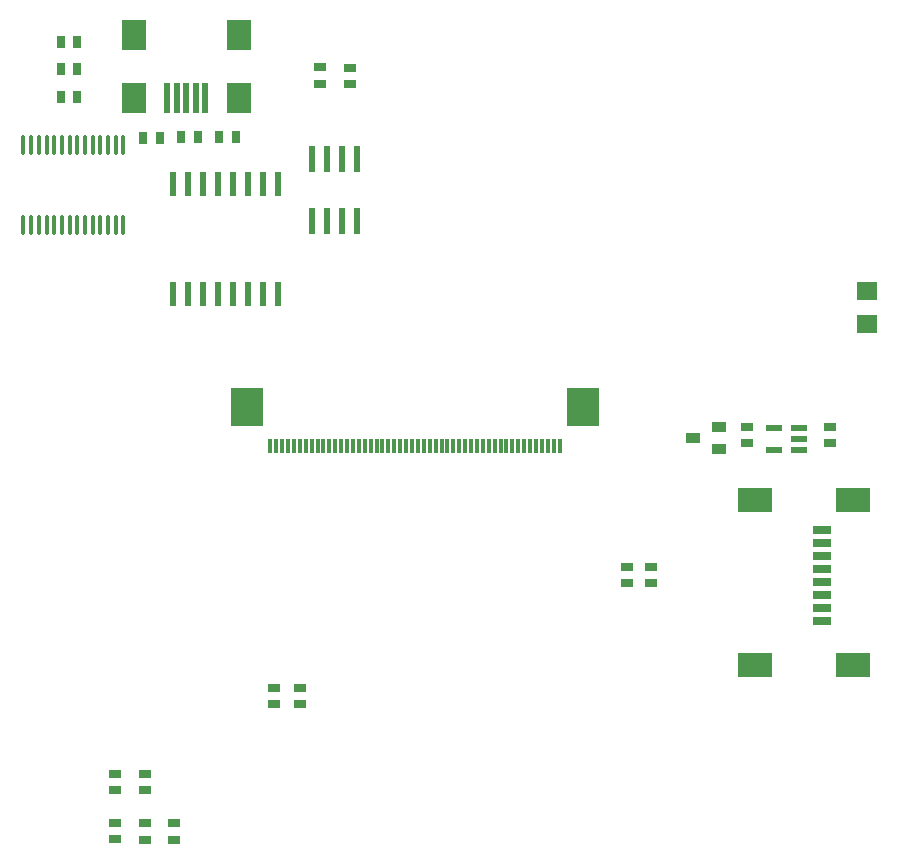
<source format=gbp>
%FSLAX43Y43*%
%MOMM*%
G71*
G01*
G75*
%ADD10C,0.300*%
%ADD11C,0.500*%
%ADD12C,0.600*%
%ADD13C,2.000*%
%ADD14C,5.000*%
%ADD15R,1.500X1.500*%
%ADD16C,1.500*%
%ADD17R,2.000X2.000*%
%ADD18C,3.500*%
%ADD19C,2.500*%
%ADD20C,1.200*%
%ADD21C,1.100*%
%ADD22R,2.800X3.200*%
%ADD23R,0.300X1.300*%
%ADD24R,1.600X0.800*%
%ADD25R,3.000X2.000*%
%ADD26R,1.000X0.800*%
%ADD27R,0.500X2.500*%
%ADD28R,2.000X2.500*%
%ADD29R,0.800X1.000*%
%ADD30O,0.350X1.800*%
%ADD31O,0.350X1.800*%
%ADD32R,0.600X2.200*%
%ADD33R,0.600X2.200*%
%ADD34R,0.600X2.150*%
%ADD35R,0.600X2.150*%
%ADD36R,1.800X1.600*%
%ADD37R,1.450X0.550*%
%ADD38R,1.450X0.550*%
%ADD39R,1.300X0.850*%
%ADD40C,0.400*%
%ADD41C,0.250*%
%ADD42C,0.200*%
%ADD43C,0.254*%
%ADD44C,0.100*%
%ADD45C,0.250*%
D22*
X27000Y61100D02*
D03*
X55500D02*
D03*
D23*
X53500Y57850D02*
D03*
X53000D02*
D03*
X52500D02*
D03*
X52000D02*
D03*
X51500D02*
D03*
X51000D02*
D03*
X50500D02*
D03*
X50000D02*
D03*
X49500D02*
D03*
X49000D02*
D03*
X48500D02*
D03*
X48000D02*
D03*
X47500D02*
D03*
X47000D02*
D03*
X46500D02*
D03*
X46000D02*
D03*
X45500D02*
D03*
X45000D02*
D03*
X44500D02*
D03*
X44000D02*
D03*
X43500D02*
D03*
X43000D02*
D03*
X42500D02*
D03*
X42000D02*
D03*
X41500D02*
D03*
X41000D02*
D03*
X40500D02*
D03*
X40000D02*
D03*
X39000D02*
D03*
X39500D02*
D03*
X38500D02*
D03*
X38000D02*
D03*
X37500D02*
D03*
X37000D02*
D03*
X36500D02*
D03*
X36000D02*
D03*
X35500D02*
D03*
X35000D02*
D03*
X34500D02*
D03*
X34000D02*
D03*
X33500D02*
D03*
X33000D02*
D03*
X32500D02*
D03*
X32000D02*
D03*
X31500D02*
D03*
X31000D02*
D03*
X30500D02*
D03*
X30000D02*
D03*
X29500D02*
D03*
X29000D02*
D03*
D24*
X75720Y42994D02*
D03*
X75720Y44095D02*
D03*
Y45194D02*
D03*
X75720Y46294D02*
D03*
X75720Y47395D02*
D03*
X75720Y48494D02*
D03*
X75720Y49595D02*
D03*
X75720Y50694D02*
D03*
D25*
X78350Y53300D02*
D03*
Y39300D02*
D03*
X70050Y53300D02*
D03*
Y39300D02*
D03*
D26*
X15850Y25950D02*
D03*
Y24550D02*
D03*
X18400Y24500D02*
D03*
Y25900D02*
D03*
X20850Y24500D02*
D03*
Y25900D02*
D03*
X18400Y30100D02*
D03*
Y28700D02*
D03*
X29350Y37350D02*
D03*
Y35950D02*
D03*
X31550Y37350D02*
D03*
Y35950D02*
D03*
X33225Y89900D02*
D03*
Y88500D02*
D03*
X35775Y89850D02*
D03*
Y88450D02*
D03*
X76425Y59475D02*
D03*
Y58075D02*
D03*
X69325D02*
D03*
Y59475D02*
D03*
X15850Y28700D02*
D03*
Y30100D02*
D03*
X61250Y47600D02*
D03*
Y46200D02*
D03*
X59200Y47600D02*
D03*
Y46200D02*
D03*
D27*
X20275Y87320D02*
D03*
X21075D02*
D03*
X21875D02*
D03*
X22675D02*
D03*
X23475Y87300D02*
D03*
D28*
X17425Y87320D02*
D03*
Y92592D02*
D03*
X26325Y87320D02*
D03*
Y92592D02*
D03*
D29*
X12675Y92050D02*
D03*
X11275D02*
D03*
X12675Y89750D02*
D03*
X11275D02*
D03*
X21475Y84000D02*
D03*
X22875D02*
D03*
X12675Y87350D02*
D03*
X11275D02*
D03*
X18225Y83950D02*
D03*
X19625D02*
D03*
X26075Y84000D02*
D03*
X24675D02*
D03*
D30*
X8106Y83304D02*
D03*
X8756D02*
D03*
X9406D02*
D03*
X10706D02*
D03*
X11356D02*
D03*
X12006D02*
D03*
X12656D02*
D03*
X13306D02*
D03*
X13956D02*
D03*
X14606D02*
D03*
X15256D02*
D03*
X15906D02*
D03*
X16556D02*
D03*
X8106Y76504D02*
D03*
X8756D02*
D03*
X9406D02*
D03*
X10056D02*
D03*
X10706D02*
D03*
X11356D02*
D03*
X12006D02*
D03*
X13306D02*
D03*
X14606D02*
D03*
X15906D02*
D03*
D31*
X10056Y83304D02*
D03*
X12656Y76504D02*
D03*
X13956D02*
D03*
X15256D02*
D03*
X16556D02*
D03*
D32*
X33843Y82111D02*
D03*
X35113Y82111D02*
D03*
X36383Y82111D02*
D03*
X33843Y76911D02*
D03*
X35113D02*
D03*
X36383Y76911D02*
D03*
D33*
X32573Y76911D02*
D03*
Y82111D02*
D03*
D34*
X22050Y79975D02*
D03*
X23320D02*
D03*
X24590D02*
D03*
X25860D02*
D03*
X27130D02*
D03*
X22050Y70725D02*
D03*
X23320D02*
D03*
X24590D02*
D03*
X25860D02*
D03*
X27130D02*
D03*
X29670D02*
D03*
X20780Y79975D02*
D03*
Y70725D02*
D03*
X28400Y79975D02*
D03*
D35*
X29670Y79975D02*
D03*
X28400Y70725D02*
D03*
D36*
X79562Y70955D02*
D03*
X79562Y68155D02*
D03*
D37*
X71650Y59375D02*
D03*
Y57475D02*
D03*
X73800D02*
D03*
Y58425D02*
D03*
D38*
X73800Y59375D02*
D03*
D39*
X66977Y59473D02*
D03*
X66977Y57573D02*
D03*
X64777Y58523D02*
D03*
M02*

</source>
